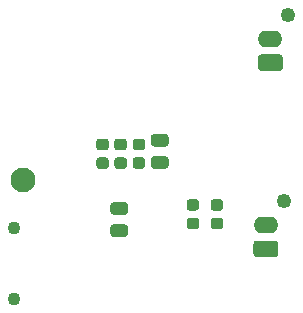
<source format=gbr>
%TF.GenerationSoftware,KiCad,Pcbnew,(5.1.6)-1*%
%TF.CreationDate,2020-12-22T18:13:26+01:00*%
%TF.ProjectId,Christmas pcb,43687269-7374-46d6-9173-207063622e6b,rev?*%
%TF.SameCoordinates,Original*%
%TF.FileFunction,Soldermask,Bot*%
%TF.FilePolarity,Negative*%
%FSLAX46Y46*%
G04 Gerber Fmt 4.6, Leading zero omitted, Abs format (unit mm)*
G04 Created by KiCad (PCBNEW (5.1.6)-1) date 2020-12-22 18:13:26*
%MOMM*%
%LPD*%
G01*
G04 APERTURE LIST*
%ADD10C,1.100000*%
%ADD11C,1.250000*%
%ADD12O,2.100000X1.400000*%
%ADD13C,2.100000*%
G04 APERTURE END LIST*
D10*
%TO.C,J5*%
X139800000Y-110720000D03*
X139800000Y-116720000D03*
%TD*%
D11*
%TO.C,J3*%
X163040000Y-92650000D03*
D12*
X161540000Y-94700000D03*
G36*
G01*
X162590000Y-96269231D02*
X162590000Y-97130769D01*
G75*
G02*
X162320769Y-97400000I-269231J0D01*
G01*
X160759231Y-97400000D01*
G75*
G02*
X160490000Y-97130769I0J269231D01*
G01*
X160490000Y-96269231D01*
G75*
G02*
X160759231Y-96000000I269231J0D01*
G01*
X162320769Y-96000000D01*
G75*
G02*
X162590000Y-96269231I0J-269231D01*
G01*
G37*
%TD*%
D11*
%TO.C,J2*%
X162650000Y-108420000D03*
D12*
X161150000Y-110470000D03*
G36*
G01*
X162200000Y-112039231D02*
X162200000Y-112900769D01*
G75*
G02*
X161930769Y-113170000I-269231J0D01*
G01*
X160369231Y-113170000D01*
G75*
G02*
X160100000Y-112900769I0J269231D01*
G01*
X160100000Y-112039231D01*
G75*
G02*
X160369231Y-111770000I269231J0D01*
G01*
X161930769Y-111770000D01*
G75*
G02*
X162200000Y-112039231I0J-269231D01*
G01*
G37*
%TD*%
D13*
%TO.C,J4*%
X140600000Y-106600000D03*
%TD*%
%TO.C,C12*%
G36*
G01*
X150118750Y-104722500D02*
X150681250Y-104722500D01*
G75*
G02*
X150925000Y-104966250I0J-243750D01*
G01*
X150925000Y-105453750D01*
G75*
G02*
X150681250Y-105697500I-243750J0D01*
G01*
X150118750Y-105697500D01*
G75*
G02*
X149875000Y-105453750I0J243750D01*
G01*
X149875000Y-104966250D01*
G75*
G02*
X150118750Y-104722500I243750J0D01*
G01*
G37*
G36*
G01*
X150118750Y-103147500D02*
X150681250Y-103147500D01*
G75*
G02*
X150925000Y-103391250I0J-243750D01*
G01*
X150925000Y-103878750D01*
G75*
G02*
X150681250Y-104122500I-243750J0D01*
G01*
X150118750Y-104122500D01*
G75*
G02*
X149875000Y-103878750I0J243750D01*
G01*
X149875000Y-103391250D01*
G75*
G02*
X150118750Y-103147500I243750J0D01*
G01*
G37*
%TD*%
%TO.C,C11*%
G36*
G01*
X154688750Y-108255000D02*
X155251250Y-108255000D01*
G75*
G02*
X155495000Y-108498750I0J-243750D01*
G01*
X155495000Y-108986250D01*
G75*
G02*
X155251250Y-109230000I-243750J0D01*
G01*
X154688750Y-109230000D01*
G75*
G02*
X154445000Y-108986250I0J243750D01*
G01*
X154445000Y-108498750D01*
G75*
G02*
X154688750Y-108255000I243750J0D01*
G01*
G37*
G36*
G01*
X154688750Y-109830000D02*
X155251250Y-109830000D01*
G75*
G02*
X155495000Y-110073750I0J-243750D01*
G01*
X155495000Y-110561250D01*
G75*
G02*
X155251250Y-110805000I-243750J0D01*
G01*
X154688750Y-110805000D01*
G75*
G02*
X154445000Y-110561250I0J243750D01*
G01*
X154445000Y-110073750D01*
G75*
G02*
X154688750Y-109830000I243750J0D01*
G01*
G37*
%TD*%
%TO.C,C10*%
G36*
G01*
X147038750Y-104722500D02*
X147601250Y-104722500D01*
G75*
G02*
X147845000Y-104966250I0J-243750D01*
G01*
X147845000Y-105453750D01*
G75*
G02*
X147601250Y-105697500I-243750J0D01*
G01*
X147038750Y-105697500D01*
G75*
G02*
X146795000Y-105453750I0J243750D01*
G01*
X146795000Y-104966250D01*
G75*
G02*
X147038750Y-104722500I243750J0D01*
G01*
G37*
G36*
G01*
X147038750Y-103147500D02*
X147601250Y-103147500D01*
G75*
G02*
X147845000Y-103391250I0J-243750D01*
G01*
X147845000Y-103878750D01*
G75*
G02*
X147601250Y-104122500I-243750J0D01*
G01*
X147038750Y-104122500D01*
G75*
G02*
X146795000Y-103878750I0J243750D01*
G01*
X146795000Y-103391250D01*
G75*
G02*
X147038750Y-103147500I243750J0D01*
G01*
G37*
%TD*%
%TO.C,C9*%
G36*
G01*
X156718750Y-109837500D02*
X157281250Y-109837500D01*
G75*
G02*
X157525000Y-110081250I0J-243750D01*
G01*
X157525000Y-110568750D01*
G75*
G02*
X157281250Y-110812500I-243750J0D01*
G01*
X156718750Y-110812500D01*
G75*
G02*
X156475000Y-110568750I0J243750D01*
G01*
X156475000Y-110081250D01*
G75*
G02*
X156718750Y-109837500I243750J0D01*
G01*
G37*
G36*
G01*
X156718750Y-108262500D02*
X157281250Y-108262500D01*
G75*
G02*
X157525000Y-108506250I0J-243750D01*
G01*
X157525000Y-108993750D01*
G75*
G02*
X157281250Y-109237500I-243750J0D01*
G01*
X156718750Y-109237500D01*
G75*
G02*
X156475000Y-108993750I0J243750D01*
G01*
X156475000Y-108506250D01*
G75*
G02*
X156718750Y-108262500I243750J0D01*
G01*
G37*
%TD*%
%TO.C,C7*%
G36*
G01*
X148568750Y-104722500D02*
X149131250Y-104722500D01*
G75*
G02*
X149375000Y-104966250I0J-243750D01*
G01*
X149375000Y-105453750D01*
G75*
G02*
X149131250Y-105697500I-243750J0D01*
G01*
X148568750Y-105697500D01*
G75*
G02*
X148325000Y-105453750I0J243750D01*
G01*
X148325000Y-104966250D01*
G75*
G02*
X148568750Y-104722500I243750J0D01*
G01*
G37*
G36*
G01*
X148568750Y-103147500D02*
X149131250Y-103147500D01*
G75*
G02*
X149375000Y-103391250I0J-243750D01*
G01*
X149375000Y-103878750D01*
G75*
G02*
X149131250Y-104122500I-243750J0D01*
G01*
X148568750Y-104122500D01*
G75*
G02*
X148325000Y-103878750I0J243750D01*
G01*
X148325000Y-103391250D01*
G75*
G02*
X148568750Y-103147500I243750J0D01*
G01*
G37*
%TD*%
%TO.C,C6*%
G36*
G01*
X149211250Y-109587500D02*
X148248750Y-109587500D01*
G75*
G02*
X147980000Y-109318750I0J268750D01*
G01*
X147980000Y-108781250D01*
G75*
G02*
X148248750Y-108512500I268750J0D01*
G01*
X149211250Y-108512500D01*
G75*
G02*
X149480000Y-108781250I0J-268750D01*
G01*
X149480000Y-109318750D01*
G75*
G02*
X149211250Y-109587500I-268750J0D01*
G01*
G37*
G36*
G01*
X149211250Y-111462500D02*
X148248750Y-111462500D01*
G75*
G02*
X147980000Y-111193750I0J268750D01*
G01*
X147980000Y-110656250D01*
G75*
G02*
X148248750Y-110387500I268750J0D01*
G01*
X149211250Y-110387500D01*
G75*
G02*
X149480000Y-110656250I0J-268750D01*
G01*
X149480000Y-111193750D01*
G75*
G02*
X149211250Y-111462500I-268750J0D01*
G01*
G37*
%TD*%
%TO.C,C5*%
G36*
G01*
X151678750Y-104612500D02*
X152641250Y-104612500D01*
G75*
G02*
X152910000Y-104881250I0J-268750D01*
G01*
X152910000Y-105418750D01*
G75*
G02*
X152641250Y-105687500I-268750J0D01*
G01*
X151678750Y-105687500D01*
G75*
G02*
X151410000Y-105418750I0J268750D01*
G01*
X151410000Y-104881250D01*
G75*
G02*
X151678750Y-104612500I268750J0D01*
G01*
G37*
G36*
G01*
X151678750Y-102737500D02*
X152641250Y-102737500D01*
G75*
G02*
X152910000Y-103006250I0J-268750D01*
G01*
X152910000Y-103543750D01*
G75*
G02*
X152641250Y-103812500I-268750J0D01*
G01*
X151678750Y-103812500D01*
G75*
G02*
X151410000Y-103543750I0J268750D01*
G01*
X151410000Y-103006250D01*
G75*
G02*
X151678750Y-102737500I268750J0D01*
G01*
G37*
%TD*%
M02*

</source>
